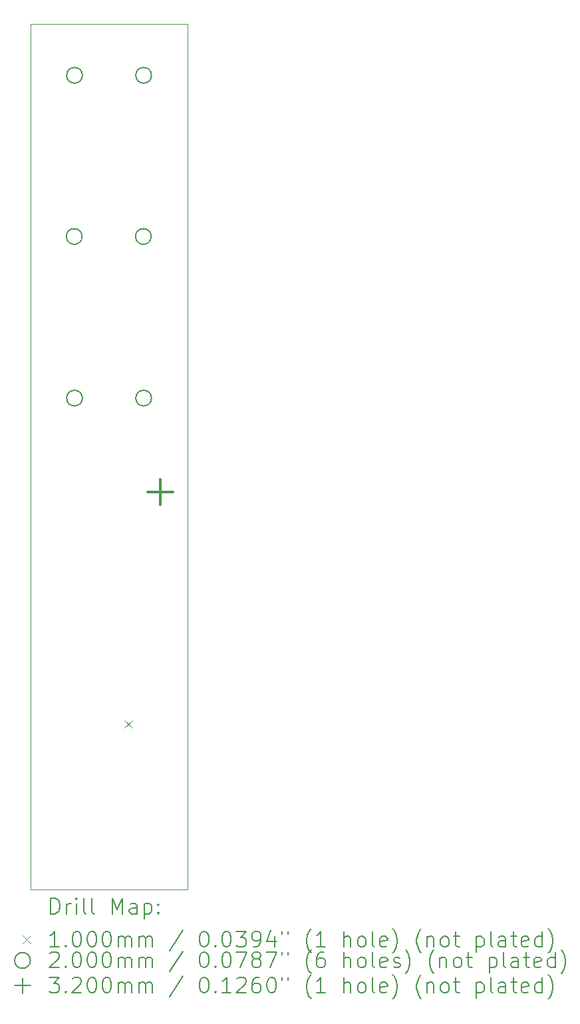
<source format=gbr>
%TF.GenerationSoftware,KiCad,Pcbnew,7.0.7-7.0.7~ubuntu22.04.1*%
%TF.CreationDate,2023-10-11T23:06:47+02:00*%
%TF.ProjectId,RP2040-VCO,52503230-3430-42d5-9643-4f2e6b696361,rev?*%
%TF.SameCoordinates,Original*%
%TF.FileFunction,Drillmap*%
%TF.FilePolarity,Positive*%
%FSLAX45Y45*%
G04 Gerber Fmt 4.5, Leading zero omitted, Abs format (unit mm)*
G04 Created by KiCad (PCBNEW 7.0.7-7.0.7~ubuntu22.04.1) date 2023-10-11 23:06:47*
%MOMM*%
%LPD*%
G01*
G04 APERTURE LIST*
%ADD10C,0.050000*%
%ADD11C,0.200000*%
%ADD12C,0.100000*%
%ADD13C,0.320000*%
G04 APERTURE END LIST*
D10*
X9400000Y-3650000D02*
X9400000Y-14650000D01*
X7400000Y-3650000D02*
X9400000Y-3650000D01*
X7400000Y-3650000D02*
X7400000Y-14650000D01*
X7400000Y-14650000D02*
X9400000Y-14650000D01*
D11*
D12*
X8596000Y-12500000D02*
X8696000Y-12600000D01*
X8696000Y-12500000D02*
X8596000Y-12600000D01*
D11*
X8056000Y-6350000D02*
G75*
G03*
X8056000Y-6350000I-100000J0D01*
G01*
X8060000Y-4300000D02*
G75*
G03*
X8060000Y-4300000I-100000J0D01*
G01*
X8060000Y-8405000D02*
G75*
G03*
X8060000Y-8405000I-100000J0D01*
G01*
X8936000Y-6350000D02*
G75*
G03*
X8936000Y-6350000I-100000J0D01*
G01*
X8940000Y-4300000D02*
G75*
G03*
X8940000Y-4300000I-100000J0D01*
G01*
X8940000Y-8405000D02*
G75*
G03*
X8940000Y-8405000I-100000J0D01*
G01*
D13*
X9050000Y-9440000D02*
X9050000Y-9760000D01*
X8890000Y-9600000D02*
X9210000Y-9600000D01*
D11*
X7658277Y-14963984D02*
X7658277Y-14763984D01*
X7658277Y-14763984D02*
X7705896Y-14763984D01*
X7705896Y-14763984D02*
X7734467Y-14773508D01*
X7734467Y-14773508D02*
X7753515Y-14792555D01*
X7753515Y-14792555D02*
X7763039Y-14811603D01*
X7763039Y-14811603D02*
X7772562Y-14849698D01*
X7772562Y-14849698D02*
X7772562Y-14878269D01*
X7772562Y-14878269D02*
X7763039Y-14916365D01*
X7763039Y-14916365D02*
X7753515Y-14935412D01*
X7753515Y-14935412D02*
X7734467Y-14954460D01*
X7734467Y-14954460D02*
X7705896Y-14963984D01*
X7705896Y-14963984D02*
X7658277Y-14963984D01*
X7858277Y-14963984D02*
X7858277Y-14830650D01*
X7858277Y-14868746D02*
X7867801Y-14849698D01*
X7867801Y-14849698D02*
X7877324Y-14840174D01*
X7877324Y-14840174D02*
X7896372Y-14830650D01*
X7896372Y-14830650D02*
X7915420Y-14830650D01*
X7982086Y-14963984D02*
X7982086Y-14830650D01*
X7982086Y-14763984D02*
X7972562Y-14773508D01*
X7972562Y-14773508D02*
X7982086Y-14783031D01*
X7982086Y-14783031D02*
X7991610Y-14773508D01*
X7991610Y-14773508D02*
X7982086Y-14763984D01*
X7982086Y-14763984D02*
X7982086Y-14783031D01*
X8105896Y-14963984D02*
X8086848Y-14954460D01*
X8086848Y-14954460D02*
X8077324Y-14935412D01*
X8077324Y-14935412D02*
X8077324Y-14763984D01*
X8210658Y-14963984D02*
X8191610Y-14954460D01*
X8191610Y-14954460D02*
X8182086Y-14935412D01*
X8182086Y-14935412D02*
X8182086Y-14763984D01*
X8439229Y-14963984D02*
X8439229Y-14763984D01*
X8439229Y-14763984D02*
X8505896Y-14906841D01*
X8505896Y-14906841D02*
X8572563Y-14763984D01*
X8572563Y-14763984D02*
X8572563Y-14963984D01*
X8753515Y-14963984D02*
X8753515Y-14859222D01*
X8753515Y-14859222D02*
X8743991Y-14840174D01*
X8743991Y-14840174D02*
X8724944Y-14830650D01*
X8724944Y-14830650D02*
X8686848Y-14830650D01*
X8686848Y-14830650D02*
X8667801Y-14840174D01*
X8753515Y-14954460D02*
X8734467Y-14963984D01*
X8734467Y-14963984D02*
X8686848Y-14963984D01*
X8686848Y-14963984D02*
X8667801Y-14954460D01*
X8667801Y-14954460D02*
X8658277Y-14935412D01*
X8658277Y-14935412D02*
X8658277Y-14916365D01*
X8658277Y-14916365D02*
X8667801Y-14897317D01*
X8667801Y-14897317D02*
X8686848Y-14887793D01*
X8686848Y-14887793D02*
X8734467Y-14887793D01*
X8734467Y-14887793D02*
X8753515Y-14878269D01*
X8848753Y-14830650D02*
X8848753Y-15030650D01*
X8848753Y-14840174D02*
X8867801Y-14830650D01*
X8867801Y-14830650D02*
X8905896Y-14830650D01*
X8905896Y-14830650D02*
X8924944Y-14840174D01*
X8924944Y-14840174D02*
X8934467Y-14849698D01*
X8934467Y-14849698D02*
X8943991Y-14868746D01*
X8943991Y-14868746D02*
X8943991Y-14925888D01*
X8943991Y-14925888D02*
X8934467Y-14944936D01*
X8934467Y-14944936D02*
X8924944Y-14954460D01*
X8924944Y-14954460D02*
X8905896Y-14963984D01*
X8905896Y-14963984D02*
X8867801Y-14963984D01*
X8867801Y-14963984D02*
X8848753Y-14954460D01*
X9029705Y-14944936D02*
X9039229Y-14954460D01*
X9039229Y-14954460D02*
X9029705Y-14963984D01*
X9029705Y-14963984D02*
X9020182Y-14954460D01*
X9020182Y-14954460D02*
X9029705Y-14944936D01*
X9029705Y-14944936D02*
X9029705Y-14963984D01*
X9029705Y-14840174D02*
X9039229Y-14849698D01*
X9039229Y-14849698D02*
X9029705Y-14859222D01*
X9029705Y-14859222D02*
X9020182Y-14849698D01*
X9020182Y-14849698D02*
X9029705Y-14840174D01*
X9029705Y-14840174D02*
X9029705Y-14859222D01*
D12*
X7297500Y-15242500D02*
X7397500Y-15342500D01*
X7397500Y-15242500D02*
X7297500Y-15342500D01*
D11*
X7763039Y-15383984D02*
X7648753Y-15383984D01*
X7705896Y-15383984D02*
X7705896Y-15183984D01*
X7705896Y-15183984D02*
X7686848Y-15212555D01*
X7686848Y-15212555D02*
X7667801Y-15231603D01*
X7667801Y-15231603D02*
X7648753Y-15241127D01*
X7848753Y-15364936D02*
X7858277Y-15374460D01*
X7858277Y-15374460D02*
X7848753Y-15383984D01*
X7848753Y-15383984D02*
X7839229Y-15374460D01*
X7839229Y-15374460D02*
X7848753Y-15364936D01*
X7848753Y-15364936D02*
X7848753Y-15383984D01*
X7982086Y-15183984D02*
X8001134Y-15183984D01*
X8001134Y-15183984D02*
X8020182Y-15193508D01*
X8020182Y-15193508D02*
X8029705Y-15203031D01*
X8029705Y-15203031D02*
X8039229Y-15222079D01*
X8039229Y-15222079D02*
X8048753Y-15260174D01*
X8048753Y-15260174D02*
X8048753Y-15307793D01*
X8048753Y-15307793D02*
X8039229Y-15345888D01*
X8039229Y-15345888D02*
X8029705Y-15364936D01*
X8029705Y-15364936D02*
X8020182Y-15374460D01*
X8020182Y-15374460D02*
X8001134Y-15383984D01*
X8001134Y-15383984D02*
X7982086Y-15383984D01*
X7982086Y-15383984D02*
X7963039Y-15374460D01*
X7963039Y-15374460D02*
X7953515Y-15364936D01*
X7953515Y-15364936D02*
X7943991Y-15345888D01*
X7943991Y-15345888D02*
X7934467Y-15307793D01*
X7934467Y-15307793D02*
X7934467Y-15260174D01*
X7934467Y-15260174D02*
X7943991Y-15222079D01*
X7943991Y-15222079D02*
X7953515Y-15203031D01*
X7953515Y-15203031D02*
X7963039Y-15193508D01*
X7963039Y-15193508D02*
X7982086Y-15183984D01*
X8172562Y-15183984D02*
X8191610Y-15183984D01*
X8191610Y-15183984D02*
X8210658Y-15193508D01*
X8210658Y-15193508D02*
X8220182Y-15203031D01*
X8220182Y-15203031D02*
X8229705Y-15222079D01*
X8229705Y-15222079D02*
X8239229Y-15260174D01*
X8239229Y-15260174D02*
X8239229Y-15307793D01*
X8239229Y-15307793D02*
X8229705Y-15345888D01*
X8229705Y-15345888D02*
X8220182Y-15364936D01*
X8220182Y-15364936D02*
X8210658Y-15374460D01*
X8210658Y-15374460D02*
X8191610Y-15383984D01*
X8191610Y-15383984D02*
X8172562Y-15383984D01*
X8172562Y-15383984D02*
X8153515Y-15374460D01*
X8153515Y-15374460D02*
X8143991Y-15364936D01*
X8143991Y-15364936D02*
X8134467Y-15345888D01*
X8134467Y-15345888D02*
X8124943Y-15307793D01*
X8124943Y-15307793D02*
X8124943Y-15260174D01*
X8124943Y-15260174D02*
X8134467Y-15222079D01*
X8134467Y-15222079D02*
X8143991Y-15203031D01*
X8143991Y-15203031D02*
X8153515Y-15193508D01*
X8153515Y-15193508D02*
X8172562Y-15183984D01*
X8363039Y-15183984D02*
X8382086Y-15183984D01*
X8382086Y-15183984D02*
X8401134Y-15193508D01*
X8401134Y-15193508D02*
X8410658Y-15203031D01*
X8410658Y-15203031D02*
X8420182Y-15222079D01*
X8420182Y-15222079D02*
X8429705Y-15260174D01*
X8429705Y-15260174D02*
X8429705Y-15307793D01*
X8429705Y-15307793D02*
X8420182Y-15345888D01*
X8420182Y-15345888D02*
X8410658Y-15364936D01*
X8410658Y-15364936D02*
X8401134Y-15374460D01*
X8401134Y-15374460D02*
X8382086Y-15383984D01*
X8382086Y-15383984D02*
X8363039Y-15383984D01*
X8363039Y-15383984D02*
X8343991Y-15374460D01*
X8343991Y-15374460D02*
X8334467Y-15364936D01*
X8334467Y-15364936D02*
X8324943Y-15345888D01*
X8324943Y-15345888D02*
X8315420Y-15307793D01*
X8315420Y-15307793D02*
X8315420Y-15260174D01*
X8315420Y-15260174D02*
X8324943Y-15222079D01*
X8324943Y-15222079D02*
X8334467Y-15203031D01*
X8334467Y-15203031D02*
X8343991Y-15193508D01*
X8343991Y-15193508D02*
X8363039Y-15183984D01*
X8515420Y-15383984D02*
X8515420Y-15250650D01*
X8515420Y-15269698D02*
X8524944Y-15260174D01*
X8524944Y-15260174D02*
X8543991Y-15250650D01*
X8543991Y-15250650D02*
X8572563Y-15250650D01*
X8572563Y-15250650D02*
X8591610Y-15260174D01*
X8591610Y-15260174D02*
X8601134Y-15279222D01*
X8601134Y-15279222D02*
X8601134Y-15383984D01*
X8601134Y-15279222D02*
X8610658Y-15260174D01*
X8610658Y-15260174D02*
X8629705Y-15250650D01*
X8629705Y-15250650D02*
X8658277Y-15250650D01*
X8658277Y-15250650D02*
X8677325Y-15260174D01*
X8677325Y-15260174D02*
X8686848Y-15279222D01*
X8686848Y-15279222D02*
X8686848Y-15383984D01*
X8782086Y-15383984D02*
X8782086Y-15250650D01*
X8782086Y-15269698D02*
X8791610Y-15260174D01*
X8791610Y-15260174D02*
X8810658Y-15250650D01*
X8810658Y-15250650D02*
X8839229Y-15250650D01*
X8839229Y-15250650D02*
X8858277Y-15260174D01*
X8858277Y-15260174D02*
X8867801Y-15279222D01*
X8867801Y-15279222D02*
X8867801Y-15383984D01*
X8867801Y-15279222D02*
X8877325Y-15260174D01*
X8877325Y-15260174D02*
X8896372Y-15250650D01*
X8896372Y-15250650D02*
X8924944Y-15250650D01*
X8924944Y-15250650D02*
X8943991Y-15260174D01*
X8943991Y-15260174D02*
X8953515Y-15279222D01*
X8953515Y-15279222D02*
X8953515Y-15383984D01*
X9343991Y-15174460D02*
X9172563Y-15431603D01*
X9601134Y-15183984D02*
X9620182Y-15183984D01*
X9620182Y-15183984D02*
X9639229Y-15193508D01*
X9639229Y-15193508D02*
X9648753Y-15203031D01*
X9648753Y-15203031D02*
X9658277Y-15222079D01*
X9658277Y-15222079D02*
X9667801Y-15260174D01*
X9667801Y-15260174D02*
X9667801Y-15307793D01*
X9667801Y-15307793D02*
X9658277Y-15345888D01*
X9658277Y-15345888D02*
X9648753Y-15364936D01*
X9648753Y-15364936D02*
X9639229Y-15374460D01*
X9639229Y-15374460D02*
X9620182Y-15383984D01*
X9620182Y-15383984D02*
X9601134Y-15383984D01*
X9601134Y-15383984D02*
X9582087Y-15374460D01*
X9582087Y-15374460D02*
X9572563Y-15364936D01*
X9572563Y-15364936D02*
X9563039Y-15345888D01*
X9563039Y-15345888D02*
X9553515Y-15307793D01*
X9553515Y-15307793D02*
X9553515Y-15260174D01*
X9553515Y-15260174D02*
X9563039Y-15222079D01*
X9563039Y-15222079D02*
X9572563Y-15203031D01*
X9572563Y-15203031D02*
X9582087Y-15193508D01*
X9582087Y-15193508D02*
X9601134Y-15183984D01*
X9753515Y-15364936D02*
X9763039Y-15374460D01*
X9763039Y-15374460D02*
X9753515Y-15383984D01*
X9753515Y-15383984D02*
X9743991Y-15374460D01*
X9743991Y-15374460D02*
X9753515Y-15364936D01*
X9753515Y-15364936D02*
X9753515Y-15383984D01*
X9886848Y-15183984D02*
X9905896Y-15183984D01*
X9905896Y-15183984D02*
X9924944Y-15193508D01*
X9924944Y-15193508D02*
X9934468Y-15203031D01*
X9934468Y-15203031D02*
X9943991Y-15222079D01*
X9943991Y-15222079D02*
X9953515Y-15260174D01*
X9953515Y-15260174D02*
X9953515Y-15307793D01*
X9953515Y-15307793D02*
X9943991Y-15345888D01*
X9943991Y-15345888D02*
X9934468Y-15364936D01*
X9934468Y-15364936D02*
X9924944Y-15374460D01*
X9924944Y-15374460D02*
X9905896Y-15383984D01*
X9905896Y-15383984D02*
X9886848Y-15383984D01*
X9886848Y-15383984D02*
X9867801Y-15374460D01*
X9867801Y-15374460D02*
X9858277Y-15364936D01*
X9858277Y-15364936D02*
X9848753Y-15345888D01*
X9848753Y-15345888D02*
X9839229Y-15307793D01*
X9839229Y-15307793D02*
X9839229Y-15260174D01*
X9839229Y-15260174D02*
X9848753Y-15222079D01*
X9848753Y-15222079D02*
X9858277Y-15203031D01*
X9858277Y-15203031D02*
X9867801Y-15193508D01*
X9867801Y-15193508D02*
X9886848Y-15183984D01*
X10020182Y-15183984D02*
X10143991Y-15183984D01*
X10143991Y-15183984D02*
X10077325Y-15260174D01*
X10077325Y-15260174D02*
X10105896Y-15260174D01*
X10105896Y-15260174D02*
X10124944Y-15269698D01*
X10124944Y-15269698D02*
X10134468Y-15279222D01*
X10134468Y-15279222D02*
X10143991Y-15298269D01*
X10143991Y-15298269D02*
X10143991Y-15345888D01*
X10143991Y-15345888D02*
X10134468Y-15364936D01*
X10134468Y-15364936D02*
X10124944Y-15374460D01*
X10124944Y-15374460D02*
X10105896Y-15383984D01*
X10105896Y-15383984D02*
X10048753Y-15383984D01*
X10048753Y-15383984D02*
X10029706Y-15374460D01*
X10029706Y-15374460D02*
X10020182Y-15364936D01*
X10239229Y-15383984D02*
X10277325Y-15383984D01*
X10277325Y-15383984D02*
X10296372Y-15374460D01*
X10296372Y-15374460D02*
X10305896Y-15364936D01*
X10305896Y-15364936D02*
X10324944Y-15336365D01*
X10324944Y-15336365D02*
X10334468Y-15298269D01*
X10334468Y-15298269D02*
X10334468Y-15222079D01*
X10334468Y-15222079D02*
X10324944Y-15203031D01*
X10324944Y-15203031D02*
X10315420Y-15193508D01*
X10315420Y-15193508D02*
X10296372Y-15183984D01*
X10296372Y-15183984D02*
X10258277Y-15183984D01*
X10258277Y-15183984D02*
X10239229Y-15193508D01*
X10239229Y-15193508D02*
X10229706Y-15203031D01*
X10229706Y-15203031D02*
X10220182Y-15222079D01*
X10220182Y-15222079D02*
X10220182Y-15269698D01*
X10220182Y-15269698D02*
X10229706Y-15288746D01*
X10229706Y-15288746D02*
X10239229Y-15298269D01*
X10239229Y-15298269D02*
X10258277Y-15307793D01*
X10258277Y-15307793D02*
X10296372Y-15307793D01*
X10296372Y-15307793D02*
X10315420Y-15298269D01*
X10315420Y-15298269D02*
X10324944Y-15288746D01*
X10324944Y-15288746D02*
X10334468Y-15269698D01*
X10505896Y-15250650D02*
X10505896Y-15383984D01*
X10458277Y-15174460D02*
X10410658Y-15317317D01*
X10410658Y-15317317D02*
X10534468Y-15317317D01*
X10601134Y-15183984D02*
X10601134Y-15222079D01*
X10677325Y-15183984D02*
X10677325Y-15222079D01*
X10972563Y-15460174D02*
X10963039Y-15450650D01*
X10963039Y-15450650D02*
X10943991Y-15422079D01*
X10943991Y-15422079D02*
X10934468Y-15403031D01*
X10934468Y-15403031D02*
X10924944Y-15374460D01*
X10924944Y-15374460D02*
X10915420Y-15326841D01*
X10915420Y-15326841D02*
X10915420Y-15288746D01*
X10915420Y-15288746D02*
X10924944Y-15241127D01*
X10924944Y-15241127D02*
X10934468Y-15212555D01*
X10934468Y-15212555D02*
X10943991Y-15193508D01*
X10943991Y-15193508D02*
X10963039Y-15164936D01*
X10963039Y-15164936D02*
X10972563Y-15155412D01*
X11153515Y-15383984D02*
X11039230Y-15383984D01*
X11096372Y-15383984D02*
X11096372Y-15183984D01*
X11096372Y-15183984D02*
X11077325Y-15212555D01*
X11077325Y-15212555D02*
X11058277Y-15231603D01*
X11058277Y-15231603D02*
X11039230Y-15241127D01*
X11391610Y-15383984D02*
X11391610Y-15183984D01*
X11477325Y-15383984D02*
X11477325Y-15279222D01*
X11477325Y-15279222D02*
X11467801Y-15260174D01*
X11467801Y-15260174D02*
X11448753Y-15250650D01*
X11448753Y-15250650D02*
X11420182Y-15250650D01*
X11420182Y-15250650D02*
X11401134Y-15260174D01*
X11401134Y-15260174D02*
X11391610Y-15269698D01*
X11601134Y-15383984D02*
X11582087Y-15374460D01*
X11582087Y-15374460D02*
X11572563Y-15364936D01*
X11572563Y-15364936D02*
X11563039Y-15345888D01*
X11563039Y-15345888D02*
X11563039Y-15288746D01*
X11563039Y-15288746D02*
X11572563Y-15269698D01*
X11572563Y-15269698D02*
X11582087Y-15260174D01*
X11582087Y-15260174D02*
X11601134Y-15250650D01*
X11601134Y-15250650D02*
X11629706Y-15250650D01*
X11629706Y-15250650D02*
X11648753Y-15260174D01*
X11648753Y-15260174D02*
X11658277Y-15269698D01*
X11658277Y-15269698D02*
X11667801Y-15288746D01*
X11667801Y-15288746D02*
X11667801Y-15345888D01*
X11667801Y-15345888D02*
X11658277Y-15364936D01*
X11658277Y-15364936D02*
X11648753Y-15374460D01*
X11648753Y-15374460D02*
X11629706Y-15383984D01*
X11629706Y-15383984D02*
X11601134Y-15383984D01*
X11782087Y-15383984D02*
X11763039Y-15374460D01*
X11763039Y-15374460D02*
X11753515Y-15355412D01*
X11753515Y-15355412D02*
X11753515Y-15183984D01*
X11934468Y-15374460D02*
X11915420Y-15383984D01*
X11915420Y-15383984D02*
X11877325Y-15383984D01*
X11877325Y-15383984D02*
X11858277Y-15374460D01*
X11858277Y-15374460D02*
X11848753Y-15355412D01*
X11848753Y-15355412D02*
X11848753Y-15279222D01*
X11848753Y-15279222D02*
X11858277Y-15260174D01*
X11858277Y-15260174D02*
X11877325Y-15250650D01*
X11877325Y-15250650D02*
X11915420Y-15250650D01*
X11915420Y-15250650D02*
X11934468Y-15260174D01*
X11934468Y-15260174D02*
X11943991Y-15279222D01*
X11943991Y-15279222D02*
X11943991Y-15298269D01*
X11943991Y-15298269D02*
X11848753Y-15317317D01*
X12010658Y-15460174D02*
X12020182Y-15450650D01*
X12020182Y-15450650D02*
X12039230Y-15422079D01*
X12039230Y-15422079D02*
X12048753Y-15403031D01*
X12048753Y-15403031D02*
X12058277Y-15374460D01*
X12058277Y-15374460D02*
X12067801Y-15326841D01*
X12067801Y-15326841D02*
X12067801Y-15288746D01*
X12067801Y-15288746D02*
X12058277Y-15241127D01*
X12058277Y-15241127D02*
X12048753Y-15212555D01*
X12048753Y-15212555D02*
X12039230Y-15193508D01*
X12039230Y-15193508D02*
X12020182Y-15164936D01*
X12020182Y-15164936D02*
X12010658Y-15155412D01*
X12372563Y-15460174D02*
X12363039Y-15450650D01*
X12363039Y-15450650D02*
X12343991Y-15422079D01*
X12343991Y-15422079D02*
X12334468Y-15403031D01*
X12334468Y-15403031D02*
X12324944Y-15374460D01*
X12324944Y-15374460D02*
X12315420Y-15326841D01*
X12315420Y-15326841D02*
X12315420Y-15288746D01*
X12315420Y-15288746D02*
X12324944Y-15241127D01*
X12324944Y-15241127D02*
X12334468Y-15212555D01*
X12334468Y-15212555D02*
X12343991Y-15193508D01*
X12343991Y-15193508D02*
X12363039Y-15164936D01*
X12363039Y-15164936D02*
X12372563Y-15155412D01*
X12448753Y-15250650D02*
X12448753Y-15383984D01*
X12448753Y-15269698D02*
X12458277Y-15260174D01*
X12458277Y-15260174D02*
X12477325Y-15250650D01*
X12477325Y-15250650D02*
X12505896Y-15250650D01*
X12505896Y-15250650D02*
X12524944Y-15260174D01*
X12524944Y-15260174D02*
X12534468Y-15279222D01*
X12534468Y-15279222D02*
X12534468Y-15383984D01*
X12658277Y-15383984D02*
X12639230Y-15374460D01*
X12639230Y-15374460D02*
X12629706Y-15364936D01*
X12629706Y-15364936D02*
X12620182Y-15345888D01*
X12620182Y-15345888D02*
X12620182Y-15288746D01*
X12620182Y-15288746D02*
X12629706Y-15269698D01*
X12629706Y-15269698D02*
X12639230Y-15260174D01*
X12639230Y-15260174D02*
X12658277Y-15250650D01*
X12658277Y-15250650D02*
X12686849Y-15250650D01*
X12686849Y-15250650D02*
X12705896Y-15260174D01*
X12705896Y-15260174D02*
X12715420Y-15269698D01*
X12715420Y-15269698D02*
X12724944Y-15288746D01*
X12724944Y-15288746D02*
X12724944Y-15345888D01*
X12724944Y-15345888D02*
X12715420Y-15364936D01*
X12715420Y-15364936D02*
X12705896Y-15374460D01*
X12705896Y-15374460D02*
X12686849Y-15383984D01*
X12686849Y-15383984D02*
X12658277Y-15383984D01*
X12782087Y-15250650D02*
X12858277Y-15250650D01*
X12810658Y-15183984D02*
X12810658Y-15355412D01*
X12810658Y-15355412D02*
X12820182Y-15374460D01*
X12820182Y-15374460D02*
X12839230Y-15383984D01*
X12839230Y-15383984D02*
X12858277Y-15383984D01*
X13077325Y-15250650D02*
X13077325Y-15450650D01*
X13077325Y-15260174D02*
X13096372Y-15250650D01*
X13096372Y-15250650D02*
X13134468Y-15250650D01*
X13134468Y-15250650D02*
X13153515Y-15260174D01*
X13153515Y-15260174D02*
X13163039Y-15269698D01*
X13163039Y-15269698D02*
X13172563Y-15288746D01*
X13172563Y-15288746D02*
X13172563Y-15345888D01*
X13172563Y-15345888D02*
X13163039Y-15364936D01*
X13163039Y-15364936D02*
X13153515Y-15374460D01*
X13153515Y-15374460D02*
X13134468Y-15383984D01*
X13134468Y-15383984D02*
X13096372Y-15383984D01*
X13096372Y-15383984D02*
X13077325Y-15374460D01*
X13286849Y-15383984D02*
X13267801Y-15374460D01*
X13267801Y-15374460D02*
X13258277Y-15355412D01*
X13258277Y-15355412D02*
X13258277Y-15183984D01*
X13448753Y-15383984D02*
X13448753Y-15279222D01*
X13448753Y-15279222D02*
X13439230Y-15260174D01*
X13439230Y-15260174D02*
X13420182Y-15250650D01*
X13420182Y-15250650D02*
X13382087Y-15250650D01*
X13382087Y-15250650D02*
X13363039Y-15260174D01*
X13448753Y-15374460D02*
X13429706Y-15383984D01*
X13429706Y-15383984D02*
X13382087Y-15383984D01*
X13382087Y-15383984D02*
X13363039Y-15374460D01*
X13363039Y-15374460D02*
X13353515Y-15355412D01*
X13353515Y-15355412D02*
X13353515Y-15336365D01*
X13353515Y-15336365D02*
X13363039Y-15317317D01*
X13363039Y-15317317D02*
X13382087Y-15307793D01*
X13382087Y-15307793D02*
X13429706Y-15307793D01*
X13429706Y-15307793D02*
X13448753Y-15298269D01*
X13515420Y-15250650D02*
X13591611Y-15250650D01*
X13543992Y-15183984D02*
X13543992Y-15355412D01*
X13543992Y-15355412D02*
X13553515Y-15374460D01*
X13553515Y-15374460D02*
X13572563Y-15383984D01*
X13572563Y-15383984D02*
X13591611Y-15383984D01*
X13734468Y-15374460D02*
X13715420Y-15383984D01*
X13715420Y-15383984D02*
X13677325Y-15383984D01*
X13677325Y-15383984D02*
X13658277Y-15374460D01*
X13658277Y-15374460D02*
X13648753Y-15355412D01*
X13648753Y-15355412D02*
X13648753Y-15279222D01*
X13648753Y-15279222D02*
X13658277Y-15260174D01*
X13658277Y-15260174D02*
X13677325Y-15250650D01*
X13677325Y-15250650D02*
X13715420Y-15250650D01*
X13715420Y-15250650D02*
X13734468Y-15260174D01*
X13734468Y-15260174D02*
X13743992Y-15279222D01*
X13743992Y-15279222D02*
X13743992Y-15298269D01*
X13743992Y-15298269D02*
X13648753Y-15317317D01*
X13915420Y-15383984D02*
X13915420Y-15183984D01*
X13915420Y-15374460D02*
X13896373Y-15383984D01*
X13896373Y-15383984D02*
X13858277Y-15383984D01*
X13858277Y-15383984D02*
X13839230Y-15374460D01*
X13839230Y-15374460D02*
X13829706Y-15364936D01*
X13829706Y-15364936D02*
X13820182Y-15345888D01*
X13820182Y-15345888D02*
X13820182Y-15288746D01*
X13820182Y-15288746D02*
X13829706Y-15269698D01*
X13829706Y-15269698D02*
X13839230Y-15260174D01*
X13839230Y-15260174D02*
X13858277Y-15250650D01*
X13858277Y-15250650D02*
X13896373Y-15250650D01*
X13896373Y-15250650D02*
X13915420Y-15260174D01*
X13991611Y-15460174D02*
X14001134Y-15450650D01*
X14001134Y-15450650D02*
X14020182Y-15422079D01*
X14020182Y-15422079D02*
X14029706Y-15403031D01*
X14029706Y-15403031D02*
X14039230Y-15374460D01*
X14039230Y-15374460D02*
X14048753Y-15326841D01*
X14048753Y-15326841D02*
X14048753Y-15288746D01*
X14048753Y-15288746D02*
X14039230Y-15241127D01*
X14039230Y-15241127D02*
X14029706Y-15212555D01*
X14029706Y-15212555D02*
X14020182Y-15193508D01*
X14020182Y-15193508D02*
X14001134Y-15164936D01*
X14001134Y-15164936D02*
X13991611Y-15155412D01*
X7397500Y-15556500D02*
G75*
G03*
X7397500Y-15556500I-100000J0D01*
G01*
X7648753Y-15467031D02*
X7658277Y-15457508D01*
X7658277Y-15457508D02*
X7677324Y-15447984D01*
X7677324Y-15447984D02*
X7724943Y-15447984D01*
X7724943Y-15447984D02*
X7743991Y-15457508D01*
X7743991Y-15457508D02*
X7753515Y-15467031D01*
X7753515Y-15467031D02*
X7763039Y-15486079D01*
X7763039Y-15486079D02*
X7763039Y-15505127D01*
X7763039Y-15505127D02*
X7753515Y-15533698D01*
X7753515Y-15533698D02*
X7639229Y-15647984D01*
X7639229Y-15647984D02*
X7763039Y-15647984D01*
X7848753Y-15628936D02*
X7858277Y-15638460D01*
X7858277Y-15638460D02*
X7848753Y-15647984D01*
X7848753Y-15647984D02*
X7839229Y-15638460D01*
X7839229Y-15638460D02*
X7848753Y-15628936D01*
X7848753Y-15628936D02*
X7848753Y-15647984D01*
X7982086Y-15447984D02*
X8001134Y-15447984D01*
X8001134Y-15447984D02*
X8020182Y-15457508D01*
X8020182Y-15457508D02*
X8029705Y-15467031D01*
X8029705Y-15467031D02*
X8039229Y-15486079D01*
X8039229Y-15486079D02*
X8048753Y-15524174D01*
X8048753Y-15524174D02*
X8048753Y-15571793D01*
X8048753Y-15571793D02*
X8039229Y-15609888D01*
X8039229Y-15609888D02*
X8029705Y-15628936D01*
X8029705Y-15628936D02*
X8020182Y-15638460D01*
X8020182Y-15638460D02*
X8001134Y-15647984D01*
X8001134Y-15647984D02*
X7982086Y-15647984D01*
X7982086Y-15647984D02*
X7963039Y-15638460D01*
X7963039Y-15638460D02*
X7953515Y-15628936D01*
X7953515Y-15628936D02*
X7943991Y-15609888D01*
X7943991Y-15609888D02*
X7934467Y-15571793D01*
X7934467Y-15571793D02*
X7934467Y-15524174D01*
X7934467Y-15524174D02*
X7943991Y-15486079D01*
X7943991Y-15486079D02*
X7953515Y-15467031D01*
X7953515Y-15467031D02*
X7963039Y-15457508D01*
X7963039Y-15457508D02*
X7982086Y-15447984D01*
X8172562Y-15447984D02*
X8191610Y-15447984D01*
X8191610Y-15447984D02*
X8210658Y-15457508D01*
X8210658Y-15457508D02*
X8220182Y-15467031D01*
X8220182Y-15467031D02*
X8229705Y-15486079D01*
X8229705Y-15486079D02*
X8239229Y-15524174D01*
X8239229Y-15524174D02*
X8239229Y-15571793D01*
X8239229Y-15571793D02*
X8229705Y-15609888D01*
X8229705Y-15609888D02*
X8220182Y-15628936D01*
X8220182Y-15628936D02*
X8210658Y-15638460D01*
X8210658Y-15638460D02*
X8191610Y-15647984D01*
X8191610Y-15647984D02*
X8172562Y-15647984D01*
X8172562Y-15647984D02*
X8153515Y-15638460D01*
X8153515Y-15638460D02*
X8143991Y-15628936D01*
X8143991Y-15628936D02*
X8134467Y-15609888D01*
X8134467Y-15609888D02*
X8124943Y-15571793D01*
X8124943Y-15571793D02*
X8124943Y-15524174D01*
X8124943Y-15524174D02*
X8134467Y-15486079D01*
X8134467Y-15486079D02*
X8143991Y-15467031D01*
X8143991Y-15467031D02*
X8153515Y-15457508D01*
X8153515Y-15457508D02*
X8172562Y-15447984D01*
X8363039Y-15447984D02*
X8382086Y-15447984D01*
X8382086Y-15447984D02*
X8401134Y-15457508D01*
X8401134Y-15457508D02*
X8410658Y-15467031D01*
X8410658Y-15467031D02*
X8420182Y-15486079D01*
X8420182Y-15486079D02*
X8429705Y-15524174D01*
X8429705Y-15524174D02*
X8429705Y-15571793D01*
X8429705Y-15571793D02*
X8420182Y-15609888D01*
X8420182Y-15609888D02*
X8410658Y-15628936D01*
X8410658Y-15628936D02*
X8401134Y-15638460D01*
X8401134Y-15638460D02*
X8382086Y-15647984D01*
X8382086Y-15647984D02*
X8363039Y-15647984D01*
X8363039Y-15647984D02*
X8343991Y-15638460D01*
X8343991Y-15638460D02*
X8334467Y-15628936D01*
X8334467Y-15628936D02*
X8324943Y-15609888D01*
X8324943Y-15609888D02*
X8315420Y-15571793D01*
X8315420Y-15571793D02*
X8315420Y-15524174D01*
X8315420Y-15524174D02*
X8324943Y-15486079D01*
X8324943Y-15486079D02*
X8334467Y-15467031D01*
X8334467Y-15467031D02*
X8343991Y-15457508D01*
X8343991Y-15457508D02*
X8363039Y-15447984D01*
X8515420Y-15647984D02*
X8515420Y-15514650D01*
X8515420Y-15533698D02*
X8524944Y-15524174D01*
X8524944Y-15524174D02*
X8543991Y-15514650D01*
X8543991Y-15514650D02*
X8572563Y-15514650D01*
X8572563Y-15514650D02*
X8591610Y-15524174D01*
X8591610Y-15524174D02*
X8601134Y-15543222D01*
X8601134Y-15543222D02*
X8601134Y-15647984D01*
X8601134Y-15543222D02*
X8610658Y-15524174D01*
X8610658Y-15524174D02*
X8629705Y-15514650D01*
X8629705Y-15514650D02*
X8658277Y-15514650D01*
X8658277Y-15514650D02*
X8677325Y-15524174D01*
X8677325Y-15524174D02*
X8686848Y-15543222D01*
X8686848Y-15543222D02*
X8686848Y-15647984D01*
X8782086Y-15647984D02*
X8782086Y-15514650D01*
X8782086Y-15533698D02*
X8791610Y-15524174D01*
X8791610Y-15524174D02*
X8810658Y-15514650D01*
X8810658Y-15514650D02*
X8839229Y-15514650D01*
X8839229Y-15514650D02*
X8858277Y-15524174D01*
X8858277Y-15524174D02*
X8867801Y-15543222D01*
X8867801Y-15543222D02*
X8867801Y-15647984D01*
X8867801Y-15543222D02*
X8877325Y-15524174D01*
X8877325Y-15524174D02*
X8896372Y-15514650D01*
X8896372Y-15514650D02*
X8924944Y-15514650D01*
X8924944Y-15514650D02*
X8943991Y-15524174D01*
X8943991Y-15524174D02*
X8953515Y-15543222D01*
X8953515Y-15543222D02*
X8953515Y-15647984D01*
X9343991Y-15438460D02*
X9172563Y-15695603D01*
X9601134Y-15447984D02*
X9620182Y-15447984D01*
X9620182Y-15447984D02*
X9639229Y-15457508D01*
X9639229Y-15457508D02*
X9648753Y-15467031D01*
X9648753Y-15467031D02*
X9658277Y-15486079D01*
X9658277Y-15486079D02*
X9667801Y-15524174D01*
X9667801Y-15524174D02*
X9667801Y-15571793D01*
X9667801Y-15571793D02*
X9658277Y-15609888D01*
X9658277Y-15609888D02*
X9648753Y-15628936D01*
X9648753Y-15628936D02*
X9639229Y-15638460D01*
X9639229Y-15638460D02*
X9620182Y-15647984D01*
X9620182Y-15647984D02*
X9601134Y-15647984D01*
X9601134Y-15647984D02*
X9582087Y-15638460D01*
X9582087Y-15638460D02*
X9572563Y-15628936D01*
X9572563Y-15628936D02*
X9563039Y-15609888D01*
X9563039Y-15609888D02*
X9553515Y-15571793D01*
X9553515Y-15571793D02*
X9553515Y-15524174D01*
X9553515Y-15524174D02*
X9563039Y-15486079D01*
X9563039Y-15486079D02*
X9572563Y-15467031D01*
X9572563Y-15467031D02*
X9582087Y-15457508D01*
X9582087Y-15457508D02*
X9601134Y-15447984D01*
X9753515Y-15628936D02*
X9763039Y-15638460D01*
X9763039Y-15638460D02*
X9753515Y-15647984D01*
X9753515Y-15647984D02*
X9743991Y-15638460D01*
X9743991Y-15638460D02*
X9753515Y-15628936D01*
X9753515Y-15628936D02*
X9753515Y-15647984D01*
X9886848Y-15447984D02*
X9905896Y-15447984D01*
X9905896Y-15447984D02*
X9924944Y-15457508D01*
X9924944Y-15457508D02*
X9934468Y-15467031D01*
X9934468Y-15467031D02*
X9943991Y-15486079D01*
X9943991Y-15486079D02*
X9953515Y-15524174D01*
X9953515Y-15524174D02*
X9953515Y-15571793D01*
X9953515Y-15571793D02*
X9943991Y-15609888D01*
X9943991Y-15609888D02*
X9934468Y-15628936D01*
X9934468Y-15628936D02*
X9924944Y-15638460D01*
X9924944Y-15638460D02*
X9905896Y-15647984D01*
X9905896Y-15647984D02*
X9886848Y-15647984D01*
X9886848Y-15647984D02*
X9867801Y-15638460D01*
X9867801Y-15638460D02*
X9858277Y-15628936D01*
X9858277Y-15628936D02*
X9848753Y-15609888D01*
X9848753Y-15609888D02*
X9839229Y-15571793D01*
X9839229Y-15571793D02*
X9839229Y-15524174D01*
X9839229Y-15524174D02*
X9848753Y-15486079D01*
X9848753Y-15486079D02*
X9858277Y-15467031D01*
X9858277Y-15467031D02*
X9867801Y-15457508D01*
X9867801Y-15457508D02*
X9886848Y-15447984D01*
X10020182Y-15447984D02*
X10153515Y-15447984D01*
X10153515Y-15447984D02*
X10067801Y-15647984D01*
X10258277Y-15533698D02*
X10239229Y-15524174D01*
X10239229Y-15524174D02*
X10229706Y-15514650D01*
X10229706Y-15514650D02*
X10220182Y-15495603D01*
X10220182Y-15495603D02*
X10220182Y-15486079D01*
X10220182Y-15486079D02*
X10229706Y-15467031D01*
X10229706Y-15467031D02*
X10239229Y-15457508D01*
X10239229Y-15457508D02*
X10258277Y-15447984D01*
X10258277Y-15447984D02*
X10296372Y-15447984D01*
X10296372Y-15447984D02*
X10315420Y-15457508D01*
X10315420Y-15457508D02*
X10324944Y-15467031D01*
X10324944Y-15467031D02*
X10334468Y-15486079D01*
X10334468Y-15486079D02*
X10334468Y-15495603D01*
X10334468Y-15495603D02*
X10324944Y-15514650D01*
X10324944Y-15514650D02*
X10315420Y-15524174D01*
X10315420Y-15524174D02*
X10296372Y-15533698D01*
X10296372Y-15533698D02*
X10258277Y-15533698D01*
X10258277Y-15533698D02*
X10239229Y-15543222D01*
X10239229Y-15543222D02*
X10229706Y-15552746D01*
X10229706Y-15552746D02*
X10220182Y-15571793D01*
X10220182Y-15571793D02*
X10220182Y-15609888D01*
X10220182Y-15609888D02*
X10229706Y-15628936D01*
X10229706Y-15628936D02*
X10239229Y-15638460D01*
X10239229Y-15638460D02*
X10258277Y-15647984D01*
X10258277Y-15647984D02*
X10296372Y-15647984D01*
X10296372Y-15647984D02*
X10315420Y-15638460D01*
X10315420Y-15638460D02*
X10324944Y-15628936D01*
X10324944Y-15628936D02*
X10334468Y-15609888D01*
X10334468Y-15609888D02*
X10334468Y-15571793D01*
X10334468Y-15571793D02*
X10324944Y-15552746D01*
X10324944Y-15552746D02*
X10315420Y-15543222D01*
X10315420Y-15543222D02*
X10296372Y-15533698D01*
X10401134Y-15447984D02*
X10534468Y-15447984D01*
X10534468Y-15447984D02*
X10448753Y-15647984D01*
X10601134Y-15447984D02*
X10601134Y-15486079D01*
X10677325Y-15447984D02*
X10677325Y-15486079D01*
X10972563Y-15724174D02*
X10963039Y-15714650D01*
X10963039Y-15714650D02*
X10943991Y-15686079D01*
X10943991Y-15686079D02*
X10934468Y-15667031D01*
X10934468Y-15667031D02*
X10924944Y-15638460D01*
X10924944Y-15638460D02*
X10915420Y-15590841D01*
X10915420Y-15590841D02*
X10915420Y-15552746D01*
X10915420Y-15552746D02*
X10924944Y-15505127D01*
X10924944Y-15505127D02*
X10934468Y-15476555D01*
X10934468Y-15476555D02*
X10943991Y-15457508D01*
X10943991Y-15457508D02*
X10963039Y-15428936D01*
X10963039Y-15428936D02*
X10972563Y-15419412D01*
X11134468Y-15447984D02*
X11096372Y-15447984D01*
X11096372Y-15447984D02*
X11077325Y-15457508D01*
X11077325Y-15457508D02*
X11067801Y-15467031D01*
X11067801Y-15467031D02*
X11048753Y-15495603D01*
X11048753Y-15495603D02*
X11039230Y-15533698D01*
X11039230Y-15533698D02*
X11039230Y-15609888D01*
X11039230Y-15609888D02*
X11048753Y-15628936D01*
X11048753Y-15628936D02*
X11058277Y-15638460D01*
X11058277Y-15638460D02*
X11077325Y-15647984D01*
X11077325Y-15647984D02*
X11115420Y-15647984D01*
X11115420Y-15647984D02*
X11134468Y-15638460D01*
X11134468Y-15638460D02*
X11143991Y-15628936D01*
X11143991Y-15628936D02*
X11153515Y-15609888D01*
X11153515Y-15609888D02*
X11153515Y-15562269D01*
X11153515Y-15562269D02*
X11143991Y-15543222D01*
X11143991Y-15543222D02*
X11134468Y-15533698D01*
X11134468Y-15533698D02*
X11115420Y-15524174D01*
X11115420Y-15524174D02*
X11077325Y-15524174D01*
X11077325Y-15524174D02*
X11058277Y-15533698D01*
X11058277Y-15533698D02*
X11048753Y-15543222D01*
X11048753Y-15543222D02*
X11039230Y-15562269D01*
X11391610Y-15647984D02*
X11391610Y-15447984D01*
X11477325Y-15647984D02*
X11477325Y-15543222D01*
X11477325Y-15543222D02*
X11467801Y-15524174D01*
X11467801Y-15524174D02*
X11448753Y-15514650D01*
X11448753Y-15514650D02*
X11420182Y-15514650D01*
X11420182Y-15514650D02*
X11401134Y-15524174D01*
X11401134Y-15524174D02*
X11391610Y-15533698D01*
X11601134Y-15647984D02*
X11582087Y-15638460D01*
X11582087Y-15638460D02*
X11572563Y-15628936D01*
X11572563Y-15628936D02*
X11563039Y-15609888D01*
X11563039Y-15609888D02*
X11563039Y-15552746D01*
X11563039Y-15552746D02*
X11572563Y-15533698D01*
X11572563Y-15533698D02*
X11582087Y-15524174D01*
X11582087Y-15524174D02*
X11601134Y-15514650D01*
X11601134Y-15514650D02*
X11629706Y-15514650D01*
X11629706Y-15514650D02*
X11648753Y-15524174D01*
X11648753Y-15524174D02*
X11658277Y-15533698D01*
X11658277Y-15533698D02*
X11667801Y-15552746D01*
X11667801Y-15552746D02*
X11667801Y-15609888D01*
X11667801Y-15609888D02*
X11658277Y-15628936D01*
X11658277Y-15628936D02*
X11648753Y-15638460D01*
X11648753Y-15638460D02*
X11629706Y-15647984D01*
X11629706Y-15647984D02*
X11601134Y-15647984D01*
X11782087Y-15647984D02*
X11763039Y-15638460D01*
X11763039Y-15638460D02*
X11753515Y-15619412D01*
X11753515Y-15619412D02*
X11753515Y-15447984D01*
X11934468Y-15638460D02*
X11915420Y-15647984D01*
X11915420Y-15647984D02*
X11877325Y-15647984D01*
X11877325Y-15647984D02*
X11858277Y-15638460D01*
X11858277Y-15638460D02*
X11848753Y-15619412D01*
X11848753Y-15619412D02*
X11848753Y-15543222D01*
X11848753Y-15543222D02*
X11858277Y-15524174D01*
X11858277Y-15524174D02*
X11877325Y-15514650D01*
X11877325Y-15514650D02*
X11915420Y-15514650D01*
X11915420Y-15514650D02*
X11934468Y-15524174D01*
X11934468Y-15524174D02*
X11943991Y-15543222D01*
X11943991Y-15543222D02*
X11943991Y-15562269D01*
X11943991Y-15562269D02*
X11848753Y-15581317D01*
X12020182Y-15638460D02*
X12039230Y-15647984D01*
X12039230Y-15647984D02*
X12077325Y-15647984D01*
X12077325Y-15647984D02*
X12096372Y-15638460D01*
X12096372Y-15638460D02*
X12105896Y-15619412D01*
X12105896Y-15619412D02*
X12105896Y-15609888D01*
X12105896Y-15609888D02*
X12096372Y-15590841D01*
X12096372Y-15590841D02*
X12077325Y-15581317D01*
X12077325Y-15581317D02*
X12048753Y-15581317D01*
X12048753Y-15581317D02*
X12029706Y-15571793D01*
X12029706Y-15571793D02*
X12020182Y-15552746D01*
X12020182Y-15552746D02*
X12020182Y-15543222D01*
X12020182Y-15543222D02*
X12029706Y-15524174D01*
X12029706Y-15524174D02*
X12048753Y-15514650D01*
X12048753Y-15514650D02*
X12077325Y-15514650D01*
X12077325Y-15514650D02*
X12096372Y-15524174D01*
X12172563Y-15724174D02*
X12182087Y-15714650D01*
X12182087Y-15714650D02*
X12201134Y-15686079D01*
X12201134Y-15686079D02*
X12210658Y-15667031D01*
X12210658Y-15667031D02*
X12220182Y-15638460D01*
X12220182Y-15638460D02*
X12229706Y-15590841D01*
X12229706Y-15590841D02*
X12229706Y-15552746D01*
X12229706Y-15552746D02*
X12220182Y-15505127D01*
X12220182Y-15505127D02*
X12210658Y-15476555D01*
X12210658Y-15476555D02*
X12201134Y-15457508D01*
X12201134Y-15457508D02*
X12182087Y-15428936D01*
X12182087Y-15428936D02*
X12172563Y-15419412D01*
X12534468Y-15724174D02*
X12524944Y-15714650D01*
X12524944Y-15714650D02*
X12505896Y-15686079D01*
X12505896Y-15686079D02*
X12496372Y-15667031D01*
X12496372Y-15667031D02*
X12486849Y-15638460D01*
X12486849Y-15638460D02*
X12477325Y-15590841D01*
X12477325Y-15590841D02*
X12477325Y-15552746D01*
X12477325Y-15552746D02*
X12486849Y-15505127D01*
X12486849Y-15505127D02*
X12496372Y-15476555D01*
X12496372Y-15476555D02*
X12505896Y-15457508D01*
X12505896Y-15457508D02*
X12524944Y-15428936D01*
X12524944Y-15428936D02*
X12534468Y-15419412D01*
X12610658Y-15514650D02*
X12610658Y-15647984D01*
X12610658Y-15533698D02*
X12620182Y-15524174D01*
X12620182Y-15524174D02*
X12639230Y-15514650D01*
X12639230Y-15514650D02*
X12667801Y-15514650D01*
X12667801Y-15514650D02*
X12686849Y-15524174D01*
X12686849Y-15524174D02*
X12696372Y-15543222D01*
X12696372Y-15543222D02*
X12696372Y-15647984D01*
X12820182Y-15647984D02*
X12801134Y-15638460D01*
X12801134Y-15638460D02*
X12791611Y-15628936D01*
X12791611Y-15628936D02*
X12782087Y-15609888D01*
X12782087Y-15609888D02*
X12782087Y-15552746D01*
X12782087Y-15552746D02*
X12791611Y-15533698D01*
X12791611Y-15533698D02*
X12801134Y-15524174D01*
X12801134Y-15524174D02*
X12820182Y-15514650D01*
X12820182Y-15514650D02*
X12848753Y-15514650D01*
X12848753Y-15514650D02*
X12867801Y-15524174D01*
X12867801Y-15524174D02*
X12877325Y-15533698D01*
X12877325Y-15533698D02*
X12886849Y-15552746D01*
X12886849Y-15552746D02*
X12886849Y-15609888D01*
X12886849Y-15609888D02*
X12877325Y-15628936D01*
X12877325Y-15628936D02*
X12867801Y-15638460D01*
X12867801Y-15638460D02*
X12848753Y-15647984D01*
X12848753Y-15647984D02*
X12820182Y-15647984D01*
X12943992Y-15514650D02*
X13020182Y-15514650D01*
X12972563Y-15447984D02*
X12972563Y-15619412D01*
X12972563Y-15619412D02*
X12982087Y-15638460D01*
X12982087Y-15638460D02*
X13001134Y-15647984D01*
X13001134Y-15647984D02*
X13020182Y-15647984D01*
X13239230Y-15514650D02*
X13239230Y-15714650D01*
X13239230Y-15524174D02*
X13258277Y-15514650D01*
X13258277Y-15514650D02*
X13296373Y-15514650D01*
X13296373Y-15514650D02*
X13315420Y-15524174D01*
X13315420Y-15524174D02*
X13324944Y-15533698D01*
X13324944Y-15533698D02*
X13334468Y-15552746D01*
X13334468Y-15552746D02*
X13334468Y-15609888D01*
X13334468Y-15609888D02*
X13324944Y-15628936D01*
X13324944Y-15628936D02*
X13315420Y-15638460D01*
X13315420Y-15638460D02*
X13296373Y-15647984D01*
X13296373Y-15647984D02*
X13258277Y-15647984D01*
X13258277Y-15647984D02*
X13239230Y-15638460D01*
X13448753Y-15647984D02*
X13429706Y-15638460D01*
X13429706Y-15638460D02*
X13420182Y-15619412D01*
X13420182Y-15619412D02*
X13420182Y-15447984D01*
X13610658Y-15647984D02*
X13610658Y-15543222D01*
X13610658Y-15543222D02*
X13601134Y-15524174D01*
X13601134Y-15524174D02*
X13582087Y-15514650D01*
X13582087Y-15514650D02*
X13543992Y-15514650D01*
X13543992Y-15514650D02*
X13524944Y-15524174D01*
X13610658Y-15638460D02*
X13591611Y-15647984D01*
X13591611Y-15647984D02*
X13543992Y-15647984D01*
X13543992Y-15647984D02*
X13524944Y-15638460D01*
X13524944Y-15638460D02*
X13515420Y-15619412D01*
X13515420Y-15619412D02*
X13515420Y-15600365D01*
X13515420Y-15600365D02*
X13524944Y-15581317D01*
X13524944Y-15581317D02*
X13543992Y-15571793D01*
X13543992Y-15571793D02*
X13591611Y-15571793D01*
X13591611Y-15571793D02*
X13610658Y-15562269D01*
X13677325Y-15514650D02*
X13753515Y-15514650D01*
X13705896Y-15447984D02*
X13705896Y-15619412D01*
X13705896Y-15619412D02*
X13715420Y-15638460D01*
X13715420Y-15638460D02*
X13734468Y-15647984D01*
X13734468Y-15647984D02*
X13753515Y-15647984D01*
X13896373Y-15638460D02*
X13877325Y-15647984D01*
X13877325Y-15647984D02*
X13839230Y-15647984D01*
X13839230Y-15647984D02*
X13820182Y-15638460D01*
X13820182Y-15638460D02*
X13810658Y-15619412D01*
X13810658Y-15619412D02*
X13810658Y-15543222D01*
X13810658Y-15543222D02*
X13820182Y-15524174D01*
X13820182Y-15524174D02*
X13839230Y-15514650D01*
X13839230Y-15514650D02*
X13877325Y-15514650D01*
X13877325Y-15514650D02*
X13896373Y-15524174D01*
X13896373Y-15524174D02*
X13905896Y-15543222D01*
X13905896Y-15543222D02*
X13905896Y-15562269D01*
X13905896Y-15562269D02*
X13810658Y-15581317D01*
X14077325Y-15647984D02*
X14077325Y-15447984D01*
X14077325Y-15638460D02*
X14058277Y-15647984D01*
X14058277Y-15647984D02*
X14020182Y-15647984D01*
X14020182Y-15647984D02*
X14001134Y-15638460D01*
X14001134Y-15638460D02*
X13991611Y-15628936D01*
X13991611Y-15628936D02*
X13982087Y-15609888D01*
X13982087Y-15609888D02*
X13982087Y-15552746D01*
X13982087Y-15552746D02*
X13991611Y-15533698D01*
X13991611Y-15533698D02*
X14001134Y-15524174D01*
X14001134Y-15524174D02*
X14020182Y-15514650D01*
X14020182Y-15514650D02*
X14058277Y-15514650D01*
X14058277Y-15514650D02*
X14077325Y-15524174D01*
X14153515Y-15724174D02*
X14163039Y-15714650D01*
X14163039Y-15714650D02*
X14182087Y-15686079D01*
X14182087Y-15686079D02*
X14191611Y-15667031D01*
X14191611Y-15667031D02*
X14201134Y-15638460D01*
X14201134Y-15638460D02*
X14210658Y-15590841D01*
X14210658Y-15590841D02*
X14210658Y-15552746D01*
X14210658Y-15552746D02*
X14201134Y-15505127D01*
X14201134Y-15505127D02*
X14191611Y-15476555D01*
X14191611Y-15476555D02*
X14182087Y-15457508D01*
X14182087Y-15457508D02*
X14163039Y-15428936D01*
X14163039Y-15428936D02*
X14153515Y-15419412D01*
X7297500Y-15776500D02*
X7297500Y-15976500D01*
X7197500Y-15876500D02*
X7397500Y-15876500D01*
X7639229Y-15767984D02*
X7763039Y-15767984D01*
X7763039Y-15767984D02*
X7696372Y-15844174D01*
X7696372Y-15844174D02*
X7724943Y-15844174D01*
X7724943Y-15844174D02*
X7743991Y-15853698D01*
X7743991Y-15853698D02*
X7753515Y-15863222D01*
X7753515Y-15863222D02*
X7763039Y-15882269D01*
X7763039Y-15882269D02*
X7763039Y-15929888D01*
X7763039Y-15929888D02*
X7753515Y-15948936D01*
X7753515Y-15948936D02*
X7743991Y-15958460D01*
X7743991Y-15958460D02*
X7724943Y-15967984D01*
X7724943Y-15967984D02*
X7667801Y-15967984D01*
X7667801Y-15967984D02*
X7648753Y-15958460D01*
X7648753Y-15958460D02*
X7639229Y-15948936D01*
X7848753Y-15948936D02*
X7858277Y-15958460D01*
X7858277Y-15958460D02*
X7848753Y-15967984D01*
X7848753Y-15967984D02*
X7839229Y-15958460D01*
X7839229Y-15958460D02*
X7848753Y-15948936D01*
X7848753Y-15948936D02*
X7848753Y-15967984D01*
X7934467Y-15787031D02*
X7943991Y-15777508D01*
X7943991Y-15777508D02*
X7963039Y-15767984D01*
X7963039Y-15767984D02*
X8010658Y-15767984D01*
X8010658Y-15767984D02*
X8029705Y-15777508D01*
X8029705Y-15777508D02*
X8039229Y-15787031D01*
X8039229Y-15787031D02*
X8048753Y-15806079D01*
X8048753Y-15806079D02*
X8048753Y-15825127D01*
X8048753Y-15825127D02*
X8039229Y-15853698D01*
X8039229Y-15853698D02*
X7924943Y-15967984D01*
X7924943Y-15967984D02*
X8048753Y-15967984D01*
X8172562Y-15767984D02*
X8191610Y-15767984D01*
X8191610Y-15767984D02*
X8210658Y-15777508D01*
X8210658Y-15777508D02*
X8220182Y-15787031D01*
X8220182Y-15787031D02*
X8229705Y-15806079D01*
X8229705Y-15806079D02*
X8239229Y-15844174D01*
X8239229Y-15844174D02*
X8239229Y-15891793D01*
X8239229Y-15891793D02*
X8229705Y-15929888D01*
X8229705Y-15929888D02*
X8220182Y-15948936D01*
X8220182Y-15948936D02*
X8210658Y-15958460D01*
X8210658Y-15958460D02*
X8191610Y-15967984D01*
X8191610Y-15967984D02*
X8172562Y-15967984D01*
X8172562Y-15967984D02*
X8153515Y-15958460D01*
X8153515Y-15958460D02*
X8143991Y-15948936D01*
X8143991Y-15948936D02*
X8134467Y-15929888D01*
X8134467Y-15929888D02*
X8124943Y-15891793D01*
X8124943Y-15891793D02*
X8124943Y-15844174D01*
X8124943Y-15844174D02*
X8134467Y-15806079D01*
X8134467Y-15806079D02*
X8143991Y-15787031D01*
X8143991Y-15787031D02*
X8153515Y-15777508D01*
X8153515Y-15777508D02*
X8172562Y-15767984D01*
X8363039Y-15767984D02*
X8382086Y-15767984D01*
X8382086Y-15767984D02*
X8401134Y-15777508D01*
X8401134Y-15777508D02*
X8410658Y-15787031D01*
X8410658Y-15787031D02*
X8420182Y-15806079D01*
X8420182Y-15806079D02*
X8429705Y-15844174D01*
X8429705Y-15844174D02*
X8429705Y-15891793D01*
X8429705Y-15891793D02*
X8420182Y-15929888D01*
X8420182Y-15929888D02*
X8410658Y-15948936D01*
X8410658Y-15948936D02*
X8401134Y-15958460D01*
X8401134Y-15958460D02*
X8382086Y-15967984D01*
X8382086Y-15967984D02*
X8363039Y-15967984D01*
X8363039Y-15967984D02*
X8343991Y-15958460D01*
X8343991Y-15958460D02*
X8334467Y-15948936D01*
X8334467Y-15948936D02*
X8324943Y-15929888D01*
X8324943Y-15929888D02*
X8315420Y-15891793D01*
X8315420Y-15891793D02*
X8315420Y-15844174D01*
X8315420Y-15844174D02*
X8324943Y-15806079D01*
X8324943Y-15806079D02*
X8334467Y-15787031D01*
X8334467Y-15787031D02*
X8343991Y-15777508D01*
X8343991Y-15777508D02*
X8363039Y-15767984D01*
X8515420Y-15967984D02*
X8515420Y-15834650D01*
X8515420Y-15853698D02*
X8524944Y-15844174D01*
X8524944Y-15844174D02*
X8543991Y-15834650D01*
X8543991Y-15834650D02*
X8572563Y-15834650D01*
X8572563Y-15834650D02*
X8591610Y-15844174D01*
X8591610Y-15844174D02*
X8601134Y-15863222D01*
X8601134Y-15863222D02*
X8601134Y-15967984D01*
X8601134Y-15863222D02*
X8610658Y-15844174D01*
X8610658Y-15844174D02*
X8629705Y-15834650D01*
X8629705Y-15834650D02*
X8658277Y-15834650D01*
X8658277Y-15834650D02*
X8677325Y-15844174D01*
X8677325Y-15844174D02*
X8686848Y-15863222D01*
X8686848Y-15863222D02*
X8686848Y-15967984D01*
X8782086Y-15967984D02*
X8782086Y-15834650D01*
X8782086Y-15853698D02*
X8791610Y-15844174D01*
X8791610Y-15844174D02*
X8810658Y-15834650D01*
X8810658Y-15834650D02*
X8839229Y-15834650D01*
X8839229Y-15834650D02*
X8858277Y-15844174D01*
X8858277Y-15844174D02*
X8867801Y-15863222D01*
X8867801Y-15863222D02*
X8867801Y-15967984D01*
X8867801Y-15863222D02*
X8877325Y-15844174D01*
X8877325Y-15844174D02*
X8896372Y-15834650D01*
X8896372Y-15834650D02*
X8924944Y-15834650D01*
X8924944Y-15834650D02*
X8943991Y-15844174D01*
X8943991Y-15844174D02*
X8953515Y-15863222D01*
X8953515Y-15863222D02*
X8953515Y-15967984D01*
X9343991Y-15758460D02*
X9172563Y-16015603D01*
X9601134Y-15767984D02*
X9620182Y-15767984D01*
X9620182Y-15767984D02*
X9639229Y-15777508D01*
X9639229Y-15777508D02*
X9648753Y-15787031D01*
X9648753Y-15787031D02*
X9658277Y-15806079D01*
X9658277Y-15806079D02*
X9667801Y-15844174D01*
X9667801Y-15844174D02*
X9667801Y-15891793D01*
X9667801Y-15891793D02*
X9658277Y-15929888D01*
X9658277Y-15929888D02*
X9648753Y-15948936D01*
X9648753Y-15948936D02*
X9639229Y-15958460D01*
X9639229Y-15958460D02*
X9620182Y-15967984D01*
X9620182Y-15967984D02*
X9601134Y-15967984D01*
X9601134Y-15967984D02*
X9582087Y-15958460D01*
X9582087Y-15958460D02*
X9572563Y-15948936D01*
X9572563Y-15948936D02*
X9563039Y-15929888D01*
X9563039Y-15929888D02*
X9553515Y-15891793D01*
X9553515Y-15891793D02*
X9553515Y-15844174D01*
X9553515Y-15844174D02*
X9563039Y-15806079D01*
X9563039Y-15806079D02*
X9572563Y-15787031D01*
X9572563Y-15787031D02*
X9582087Y-15777508D01*
X9582087Y-15777508D02*
X9601134Y-15767984D01*
X9753515Y-15948936D02*
X9763039Y-15958460D01*
X9763039Y-15958460D02*
X9753515Y-15967984D01*
X9753515Y-15967984D02*
X9743991Y-15958460D01*
X9743991Y-15958460D02*
X9753515Y-15948936D01*
X9753515Y-15948936D02*
X9753515Y-15967984D01*
X9953515Y-15967984D02*
X9839229Y-15967984D01*
X9896372Y-15967984D02*
X9896372Y-15767984D01*
X9896372Y-15767984D02*
X9877325Y-15796555D01*
X9877325Y-15796555D02*
X9858277Y-15815603D01*
X9858277Y-15815603D02*
X9839229Y-15825127D01*
X10029706Y-15787031D02*
X10039229Y-15777508D01*
X10039229Y-15777508D02*
X10058277Y-15767984D01*
X10058277Y-15767984D02*
X10105896Y-15767984D01*
X10105896Y-15767984D02*
X10124944Y-15777508D01*
X10124944Y-15777508D02*
X10134468Y-15787031D01*
X10134468Y-15787031D02*
X10143991Y-15806079D01*
X10143991Y-15806079D02*
X10143991Y-15825127D01*
X10143991Y-15825127D02*
X10134468Y-15853698D01*
X10134468Y-15853698D02*
X10020182Y-15967984D01*
X10020182Y-15967984D02*
X10143991Y-15967984D01*
X10315420Y-15767984D02*
X10277325Y-15767984D01*
X10277325Y-15767984D02*
X10258277Y-15777508D01*
X10258277Y-15777508D02*
X10248753Y-15787031D01*
X10248753Y-15787031D02*
X10229706Y-15815603D01*
X10229706Y-15815603D02*
X10220182Y-15853698D01*
X10220182Y-15853698D02*
X10220182Y-15929888D01*
X10220182Y-15929888D02*
X10229706Y-15948936D01*
X10229706Y-15948936D02*
X10239229Y-15958460D01*
X10239229Y-15958460D02*
X10258277Y-15967984D01*
X10258277Y-15967984D02*
X10296372Y-15967984D01*
X10296372Y-15967984D02*
X10315420Y-15958460D01*
X10315420Y-15958460D02*
X10324944Y-15948936D01*
X10324944Y-15948936D02*
X10334468Y-15929888D01*
X10334468Y-15929888D02*
X10334468Y-15882269D01*
X10334468Y-15882269D02*
X10324944Y-15863222D01*
X10324944Y-15863222D02*
X10315420Y-15853698D01*
X10315420Y-15853698D02*
X10296372Y-15844174D01*
X10296372Y-15844174D02*
X10258277Y-15844174D01*
X10258277Y-15844174D02*
X10239229Y-15853698D01*
X10239229Y-15853698D02*
X10229706Y-15863222D01*
X10229706Y-15863222D02*
X10220182Y-15882269D01*
X10458277Y-15767984D02*
X10477325Y-15767984D01*
X10477325Y-15767984D02*
X10496372Y-15777508D01*
X10496372Y-15777508D02*
X10505896Y-15787031D01*
X10505896Y-15787031D02*
X10515420Y-15806079D01*
X10515420Y-15806079D02*
X10524944Y-15844174D01*
X10524944Y-15844174D02*
X10524944Y-15891793D01*
X10524944Y-15891793D02*
X10515420Y-15929888D01*
X10515420Y-15929888D02*
X10505896Y-15948936D01*
X10505896Y-15948936D02*
X10496372Y-15958460D01*
X10496372Y-15958460D02*
X10477325Y-15967984D01*
X10477325Y-15967984D02*
X10458277Y-15967984D01*
X10458277Y-15967984D02*
X10439229Y-15958460D01*
X10439229Y-15958460D02*
X10429706Y-15948936D01*
X10429706Y-15948936D02*
X10420182Y-15929888D01*
X10420182Y-15929888D02*
X10410658Y-15891793D01*
X10410658Y-15891793D02*
X10410658Y-15844174D01*
X10410658Y-15844174D02*
X10420182Y-15806079D01*
X10420182Y-15806079D02*
X10429706Y-15787031D01*
X10429706Y-15787031D02*
X10439229Y-15777508D01*
X10439229Y-15777508D02*
X10458277Y-15767984D01*
X10601134Y-15767984D02*
X10601134Y-15806079D01*
X10677325Y-15767984D02*
X10677325Y-15806079D01*
X10972563Y-16044174D02*
X10963039Y-16034650D01*
X10963039Y-16034650D02*
X10943991Y-16006079D01*
X10943991Y-16006079D02*
X10934468Y-15987031D01*
X10934468Y-15987031D02*
X10924944Y-15958460D01*
X10924944Y-15958460D02*
X10915420Y-15910841D01*
X10915420Y-15910841D02*
X10915420Y-15872746D01*
X10915420Y-15872746D02*
X10924944Y-15825127D01*
X10924944Y-15825127D02*
X10934468Y-15796555D01*
X10934468Y-15796555D02*
X10943991Y-15777508D01*
X10943991Y-15777508D02*
X10963039Y-15748936D01*
X10963039Y-15748936D02*
X10972563Y-15739412D01*
X11153515Y-15967984D02*
X11039230Y-15967984D01*
X11096372Y-15967984D02*
X11096372Y-15767984D01*
X11096372Y-15767984D02*
X11077325Y-15796555D01*
X11077325Y-15796555D02*
X11058277Y-15815603D01*
X11058277Y-15815603D02*
X11039230Y-15825127D01*
X11391610Y-15967984D02*
X11391610Y-15767984D01*
X11477325Y-15967984D02*
X11477325Y-15863222D01*
X11477325Y-15863222D02*
X11467801Y-15844174D01*
X11467801Y-15844174D02*
X11448753Y-15834650D01*
X11448753Y-15834650D02*
X11420182Y-15834650D01*
X11420182Y-15834650D02*
X11401134Y-15844174D01*
X11401134Y-15844174D02*
X11391610Y-15853698D01*
X11601134Y-15967984D02*
X11582087Y-15958460D01*
X11582087Y-15958460D02*
X11572563Y-15948936D01*
X11572563Y-15948936D02*
X11563039Y-15929888D01*
X11563039Y-15929888D02*
X11563039Y-15872746D01*
X11563039Y-15872746D02*
X11572563Y-15853698D01*
X11572563Y-15853698D02*
X11582087Y-15844174D01*
X11582087Y-15844174D02*
X11601134Y-15834650D01*
X11601134Y-15834650D02*
X11629706Y-15834650D01*
X11629706Y-15834650D02*
X11648753Y-15844174D01*
X11648753Y-15844174D02*
X11658277Y-15853698D01*
X11658277Y-15853698D02*
X11667801Y-15872746D01*
X11667801Y-15872746D02*
X11667801Y-15929888D01*
X11667801Y-15929888D02*
X11658277Y-15948936D01*
X11658277Y-15948936D02*
X11648753Y-15958460D01*
X11648753Y-15958460D02*
X11629706Y-15967984D01*
X11629706Y-15967984D02*
X11601134Y-15967984D01*
X11782087Y-15967984D02*
X11763039Y-15958460D01*
X11763039Y-15958460D02*
X11753515Y-15939412D01*
X11753515Y-15939412D02*
X11753515Y-15767984D01*
X11934468Y-15958460D02*
X11915420Y-15967984D01*
X11915420Y-15967984D02*
X11877325Y-15967984D01*
X11877325Y-15967984D02*
X11858277Y-15958460D01*
X11858277Y-15958460D02*
X11848753Y-15939412D01*
X11848753Y-15939412D02*
X11848753Y-15863222D01*
X11848753Y-15863222D02*
X11858277Y-15844174D01*
X11858277Y-15844174D02*
X11877325Y-15834650D01*
X11877325Y-15834650D02*
X11915420Y-15834650D01*
X11915420Y-15834650D02*
X11934468Y-15844174D01*
X11934468Y-15844174D02*
X11943991Y-15863222D01*
X11943991Y-15863222D02*
X11943991Y-15882269D01*
X11943991Y-15882269D02*
X11848753Y-15901317D01*
X12010658Y-16044174D02*
X12020182Y-16034650D01*
X12020182Y-16034650D02*
X12039230Y-16006079D01*
X12039230Y-16006079D02*
X12048753Y-15987031D01*
X12048753Y-15987031D02*
X12058277Y-15958460D01*
X12058277Y-15958460D02*
X12067801Y-15910841D01*
X12067801Y-15910841D02*
X12067801Y-15872746D01*
X12067801Y-15872746D02*
X12058277Y-15825127D01*
X12058277Y-15825127D02*
X12048753Y-15796555D01*
X12048753Y-15796555D02*
X12039230Y-15777508D01*
X12039230Y-15777508D02*
X12020182Y-15748936D01*
X12020182Y-15748936D02*
X12010658Y-15739412D01*
X12372563Y-16044174D02*
X12363039Y-16034650D01*
X12363039Y-16034650D02*
X12343991Y-16006079D01*
X12343991Y-16006079D02*
X12334468Y-15987031D01*
X12334468Y-15987031D02*
X12324944Y-15958460D01*
X12324944Y-15958460D02*
X12315420Y-15910841D01*
X12315420Y-15910841D02*
X12315420Y-15872746D01*
X12315420Y-15872746D02*
X12324944Y-15825127D01*
X12324944Y-15825127D02*
X12334468Y-15796555D01*
X12334468Y-15796555D02*
X12343991Y-15777508D01*
X12343991Y-15777508D02*
X12363039Y-15748936D01*
X12363039Y-15748936D02*
X12372563Y-15739412D01*
X12448753Y-15834650D02*
X12448753Y-15967984D01*
X12448753Y-15853698D02*
X12458277Y-15844174D01*
X12458277Y-15844174D02*
X12477325Y-15834650D01*
X12477325Y-15834650D02*
X12505896Y-15834650D01*
X12505896Y-15834650D02*
X12524944Y-15844174D01*
X12524944Y-15844174D02*
X12534468Y-15863222D01*
X12534468Y-15863222D02*
X12534468Y-15967984D01*
X12658277Y-15967984D02*
X12639230Y-15958460D01*
X12639230Y-15958460D02*
X12629706Y-15948936D01*
X12629706Y-15948936D02*
X12620182Y-15929888D01*
X12620182Y-15929888D02*
X12620182Y-15872746D01*
X12620182Y-15872746D02*
X12629706Y-15853698D01*
X12629706Y-15853698D02*
X12639230Y-15844174D01*
X12639230Y-15844174D02*
X12658277Y-15834650D01*
X12658277Y-15834650D02*
X12686849Y-15834650D01*
X12686849Y-15834650D02*
X12705896Y-15844174D01*
X12705896Y-15844174D02*
X12715420Y-15853698D01*
X12715420Y-15853698D02*
X12724944Y-15872746D01*
X12724944Y-15872746D02*
X12724944Y-15929888D01*
X12724944Y-15929888D02*
X12715420Y-15948936D01*
X12715420Y-15948936D02*
X12705896Y-15958460D01*
X12705896Y-15958460D02*
X12686849Y-15967984D01*
X12686849Y-15967984D02*
X12658277Y-15967984D01*
X12782087Y-15834650D02*
X12858277Y-15834650D01*
X12810658Y-15767984D02*
X12810658Y-15939412D01*
X12810658Y-15939412D02*
X12820182Y-15958460D01*
X12820182Y-15958460D02*
X12839230Y-15967984D01*
X12839230Y-15967984D02*
X12858277Y-15967984D01*
X13077325Y-15834650D02*
X13077325Y-16034650D01*
X13077325Y-15844174D02*
X13096372Y-15834650D01*
X13096372Y-15834650D02*
X13134468Y-15834650D01*
X13134468Y-15834650D02*
X13153515Y-15844174D01*
X13153515Y-15844174D02*
X13163039Y-15853698D01*
X13163039Y-15853698D02*
X13172563Y-15872746D01*
X13172563Y-15872746D02*
X13172563Y-15929888D01*
X13172563Y-15929888D02*
X13163039Y-15948936D01*
X13163039Y-15948936D02*
X13153515Y-15958460D01*
X13153515Y-15958460D02*
X13134468Y-15967984D01*
X13134468Y-15967984D02*
X13096372Y-15967984D01*
X13096372Y-15967984D02*
X13077325Y-15958460D01*
X13286849Y-15967984D02*
X13267801Y-15958460D01*
X13267801Y-15958460D02*
X13258277Y-15939412D01*
X13258277Y-15939412D02*
X13258277Y-15767984D01*
X13448753Y-15967984D02*
X13448753Y-15863222D01*
X13448753Y-15863222D02*
X13439230Y-15844174D01*
X13439230Y-15844174D02*
X13420182Y-15834650D01*
X13420182Y-15834650D02*
X13382087Y-15834650D01*
X13382087Y-15834650D02*
X13363039Y-15844174D01*
X13448753Y-15958460D02*
X13429706Y-15967984D01*
X13429706Y-15967984D02*
X13382087Y-15967984D01*
X13382087Y-15967984D02*
X13363039Y-15958460D01*
X13363039Y-15958460D02*
X13353515Y-15939412D01*
X13353515Y-15939412D02*
X13353515Y-15920365D01*
X13353515Y-15920365D02*
X13363039Y-15901317D01*
X13363039Y-15901317D02*
X13382087Y-15891793D01*
X13382087Y-15891793D02*
X13429706Y-15891793D01*
X13429706Y-15891793D02*
X13448753Y-15882269D01*
X13515420Y-15834650D02*
X13591611Y-15834650D01*
X13543992Y-15767984D02*
X13543992Y-15939412D01*
X13543992Y-15939412D02*
X13553515Y-15958460D01*
X13553515Y-15958460D02*
X13572563Y-15967984D01*
X13572563Y-15967984D02*
X13591611Y-15967984D01*
X13734468Y-15958460D02*
X13715420Y-15967984D01*
X13715420Y-15967984D02*
X13677325Y-15967984D01*
X13677325Y-15967984D02*
X13658277Y-15958460D01*
X13658277Y-15958460D02*
X13648753Y-15939412D01*
X13648753Y-15939412D02*
X13648753Y-15863222D01*
X13648753Y-15863222D02*
X13658277Y-15844174D01*
X13658277Y-15844174D02*
X13677325Y-15834650D01*
X13677325Y-15834650D02*
X13715420Y-15834650D01*
X13715420Y-15834650D02*
X13734468Y-15844174D01*
X13734468Y-15844174D02*
X13743992Y-15863222D01*
X13743992Y-15863222D02*
X13743992Y-15882269D01*
X13743992Y-15882269D02*
X13648753Y-15901317D01*
X13915420Y-15967984D02*
X13915420Y-15767984D01*
X13915420Y-15958460D02*
X13896373Y-15967984D01*
X13896373Y-15967984D02*
X13858277Y-15967984D01*
X13858277Y-15967984D02*
X13839230Y-15958460D01*
X13839230Y-15958460D02*
X13829706Y-15948936D01*
X13829706Y-15948936D02*
X13820182Y-15929888D01*
X13820182Y-15929888D02*
X13820182Y-15872746D01*
X13820182Y-15872746D02*
X13829706Y-15853698D01*
X13829706Y-15853698D02*
X13839230Y-15844174D01*
X13839230Y-15844174D02*
X13858277Y-15834650D01*
X13858277Y-15834650D02*
X13896373Y-15834650D01*
X13896373Y-15834650D02*
X13915420Y-15844174D01*
X13991611Y-16044174D02*
X14001134Y-16034650D01*
X14001134Y-16034650D02*
X14020182Y-16006079D01*
X14020182Y-16006079D02*
X14029706Y-15987031D01*
X14029706Y-15987031D02*
X14039230Y-15958460D01*
X14039230Y-15958460D02*
X14048753Y-15910841D01*
X14048753Y-15910841D02*
X14048753Y-15872746D01*
X14048753Y-15872746D02*
X14039230Y-15825127D01*
X14039230Y-15825127D02*
X14029706Y-15796555D01*
X14029706Y-15796555D02*
X14020182Y-15777508D01*
X14020182Y-15777508D02*
X14001134Y-15748936D01*
X14001134Y-15748936D02*
X13991611Y-15739412D01*
M02*

</source>
